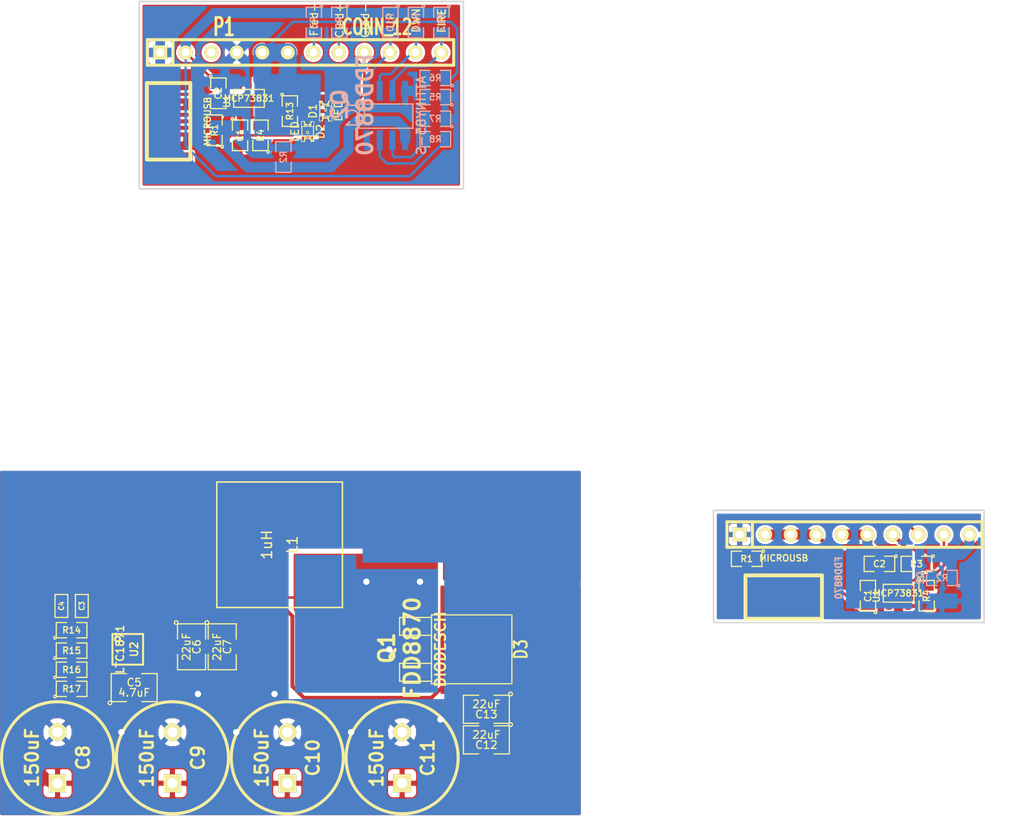
<source format=kicad_pcb>
(kicad_pcb (version 3) (host pcbnew "(2013-feb-26)-stable")
  (layers (15 F.Cu signal) (0 B.Cu signal) (18 B.Paste user hide) (19 F.Paste user hide) (20 B.SilkS user hide) (21 F.SilkS user) (22 B.Mask user hide) (23 F.Mask user) (28 Edge.Cuts user))
  (net 0 "")
  (net 1 /Atomizer+)
  (net 2 /Atomizer-)
  (net 3 /Boost/Vout)
  (net 4 /ChargeLED+)
  (net 5 /DWN-MCU)
  (net 6 /FIRE-MCU)
  (net 7 /FireLED+)
  (net 8 "/MCP73831 Charger/ChargeLED-")
  (net 9 "/MCP73831 Charger/Vbat")
  (net 10 "/MCP73831 Charger/Vcharge")
  (net 11 /Switch-)
  (net 12 /UP-MCU)
  (net 13 /chgLED+)
  (net 14 /chgLED-)
  (net 15 GND)
  (net 16 N-0000019)
  (net 17 N-0000020)
  (net 18 N-0000021)
  (net 19 N-0000022)
  (net 20 N-0000023)
  (net 21 N-0000024)
  (net 22 N-0000025)
  (net 23 N-0000026)
  (net 24 N-0000027)
  (net 25 N-000004)
  (net 26 N-000005)
  (net 27 N-000008)
  (net 28 N-000009)
  (module DPAK2_Schottky (layer F.Cu) (at 95.377 81.915 270)
    (fp_text reference D3 (at 0 -10.414 270) (layer F.SilkS) (effects (font (size 1.27 1.016) (thickness 0.2032))))
    (fp_text value DIODESCH (at 0 -2.413 270) (layer F.SilkS) (effects (font (size 1.016 1.016) (thickness 0.2032))))
    (pad 1 smd rect (at -2.286 0 270) (size 1.651 3.048) (layers F.Cu F.Paste F.Mask) (net 16 N-0000019))
    (pad 2 smd rect (at 0 -6.35 270) (size 6.096 6.096) (layers F.Cu F.Paste F.Mask) (net 3 /Boost/Vout))
    (pad 1 smd rect (at 2.286 0 270) (size 1.651 3.048) (layers F.Cu F.Paste F.Mask) (net 16 N-0000019))
  )
  (module SOT23-5 (layer F.Cu) (at 78.74 27.051 180)
    (fp_text reference U1 (at 2.19964 -0.29972 270) (layer F.SilkS) (effects (font (size 0.635 0.635) (thickness 0.127))))
    (fp_text value MCP73831 (at 0 0 180) (layer F.SilkS) (effects (font (size 0.635 0.635) (thickness 0.127))))
    (pad 1 smd rect (at -0.9525 1.27 180) (size 0.508 0.762) (layers F.Cu F.Paste F.Mask) (net 8 "/MCP73831 Charger/ChargeLED-"))
    (pad 3 smd rect (at 0.9525 1.27 180) (size 0.508 0.762) (layers F.Cu F.Paste F.Mask) (net 9 "/MCP73831 Charger/Vbat"))
    (pad 5 smd rect (at -0.9525 -1.27 180) (size 0.508 0.762) (layers F.Cu F.Paste F.Mask) (net 23 N-0000026))
    (pad 2 smd rect (at 0 1.27 180) (size 0.508 0.762) (layers F.Cu F.Paste F.Mask) (net 15 GND))
    (pad 4 smd rect (at 0.9525 -1.27 180) (size 0.508 0.762) (layers F.Cu F.Paste F.Mask) (net 10 "/MCP73831 Charger/Vcharge"))
  )
  (module SM1210 (layer F.Cu) (at 76.073 81.661 270)
    (fp_text reference C7 (at 0 -0.508 270) (layer F.SilkS) (effects (font (size 0.762 0.762) (thickness 0.127))))
    (fp_text value 22uF (at 0 0.508 270) (layer F.SilkS) (effects (font (size 0.762 0.762) (thickness 0.127))))
    (pad 1 smd rect (at -1.524 0 270) (size 1.27 2.54) (layers F.Cu F.Paste F.Mask) (net 9 "/MCP73831 Charger/Vbat"))
    (pad 2 smd rect (at 1.524 0 270) (size 1.27 2.54) (layers F.Cu F.Paste F.Mask) (net 15 GND))
  )
  (module SM1210 (layer F.Cu) (at 102.362 87.884 180)
    (fp_text reference C13 (at 0 -0.508 180) (layer F.SilkS) (effects (font (size 0.762 0.762) (thickness 0.127))))
    (fp_text value 22uF (at 0 0.508 180) (layer F.SilkS) (effects (font (size 0.762 0.762) (thickness 0.127))))
    (pad 1 smd rect (at -1.524 0 180) (size 1.27 2.54) (layers F.Cu F.Paste F.Mask) (net 3 /Boost/Vout))
    (pad 2 smd rect (at 1.524 0 180) (size 1.27 2.54) (layers F.Cu F.Paste F.Mask) (net 15 GND))
  )
  (module SM1210 (layer F.Cu) (at 102.362 90.932 180)
    (fp_text reference C12 (at 0 -0.508 180) (layer F.SilkS) (effects (font (size 0.762 0.762) (thickness 0.127))))
    (fp_text value 22uF (at 0 0.508 180) (layer F.SilkS) (effects (font (size 0.762 0.762) (thickness 0.127))))
    (pad 1 smd rect (at -1.524 0 180) (size 1.27 2.54) (layers F.Cu F.Paste F.Mask) (net 3 /Boost/Vout))
    (pad 2 smd rect (at 1.524 0 180) (size 1.27 2.54) (layers F.Cu F.Paste F.Mask) (net 15 GND))
  )
  (module SM1210 (layer F.Cu) (at 73.025 81.661 270)
    (fp_text reference C6 (at 0 -0.508 270) (layer F.SilkS) (effects (font (size 0.762 0.762) (thickness 0.127))))
    (fp_text value 22uF (at 0 0.508 270) (layer F.SilkS) (effects (font (size 0.762 0.762) (thickness 0.127))))
    (pad 1 smd rect (at -1.524 0 270) (size 1.27 2.54) (layers F.Cu F.Paste F.Mask) (net 9 "/MCP73831 Charger/Vbat"))
    (pad 2 smd rect (at 1.524 0 270) (size 1.27 2.54) (layers F.Cu F.Paste F.Mask) (net 15 GND))
  )
  (module SM1210 (layer F.Cu) (at 67.31 85.725)
    (fp_text reference C5 (at 0 -0.508) (layer F.SilkS) (effects (font (size 0.762 0.762) (thickness 0.127))))
    (fp_text value 4.7uF (at 0 0.508) (layer F.SilkS) (effects (font (size 0.762 0.762) (thickness 0.127))))
    (pad 1 smd rect (at -1.524 0) (size 1.27 2.54) (layers F.Cu F.Paste F.Mask) (net 3 /Boost/Vout))
    (pad 2 smd rect (at 1.524 0) (size 1.27 2.54) (layers F.Cu F.Paste F.Mask) (net 15 GND))
  )
  (module SM0805 (layer F.Cu) (at 82.804 28.321 270)
    (fp_text reference R13 (at 0 0 270) (layer F.SilkS) (effects (font (size 0.635 0.635) (thickness 0.127))))
    (fp_text value 1K hide)
    (pad 1 smd rect (at -0.9525 0 270) (size 0.889 1.397) (layers F.Cu F.Paste F.Mask) (net 8 "/MCP73831 Charger/ChargeLED-"))
    (pad 2 smd rect (at 0.9525 0 270) (size 0.889 1.397) (layers F.Cu F.Paste F.Mask) (net 22 N-0000025))
  )
  (module SM0805 (layer F.Cu) (at 61.087 80.01)
    (fp_text reference R14 (at 0 0) (layer F.SilkS) (effects (font (size 0.635 0.635) (thickness 0.127))))
    (fp_text value 22K hide)
    (pad 1 smd rect (at -0.9525 0) (size 0.889 1.397) (layers F.Cu F.Paste F.Mask) (net 19 N-0000022))
    (pad 2 smd rect (at 0.9525 0) (size 0.889 1.397) (layers F.Cu F.Paste F.Mask) (net 21 N-0000024))
  )
  (module SM0805 (layer B.Cu) (at 85.1916 19.5072 270)
    (fp_text reference R3 (at 0 0 270) (layer B.SilkS) (effects (font (size 0.635 0.635) (thickness 0.127)) (justify mirror)))
    (fp_text value 330 hide)
    (pad 1 smd rect (at -0.9525 0 270) (size 0.889 1.397) (layers B.Cu B.Paste B.Mask) (net 9 "/MCP73831 Charger/Vbat"))
    (pad 2 smd rect (at 0.9525 0 270) (size 0.889 1.397) (layers B.Cu B.Paste B.Mask) (net 7 /FireLED+))
  )
  (module SM0805 (layer F.Cu) (at 61.087 82.042)
    (fp_text reference R15 (at 0 0) (layer F.SilkS) (effects (font (size 0.635 0.635) (thickness 0.127))))
    (fp_text value 47K hide)
    (pad 1 smd rect (at -0.9525 0) (size 0.889 1.397) (layers F.Cu F.Paste F.Mask) (net 3 /Boost/Vout))
    (pad 2 smd rect (at 0.9525 0) (size 0.889 1.397) (layers F.Cu F.Paste F.Mask) (net 20 N-0000023))
  )
  (module SM0805 (layer F.Cu) (at 61.087 83.947)
    (fp_text reference R16 (at 0 0) (layer F.SilkS) (effects (font (size 0.635 0.635) (thickness 0.127))))
    (fp_text value 12.1K hide)
    (pad 1 smd rect (at -0.9525 0) (size 0.889 1.397) (layers F.Cu F.Paste F.Mask) (net 15 GND))
    (pad 2 smd rect (at 0.9525 0) (size 0.889 1.397) (layers F.Cu F.Paste F.Mask) (net 20 N-0000023))
  )
  (module SM0805 (layer F.Cu) (at 61.087 85.852)
    (fp_text reference R17 (at 0 0) (layer F.SilkS) (effects (font (size 0.635 0.635) (thickness 0.127))))
    (fp_text value 80.6K hide)
    (pad 1 smd rect (at -0.9525 0) (size 0.889 1.397) (layers F.Cu F.Paste F.Mask) (net 15 GND))
    (pad 2 smd rect (at 0.9525 0) (size 0.889 1.397) (layers F.Cu F.Paste F.Mask) (net 18 N-0000021))
  )
  (module SM0805 (layer F.Cu) (at 79.883 30.734 90)
    (fp_text reference R4 (at 0 0 90) (layer F.SilkS) (effects (font (size 0.635 0.635) (thickness 0.127))))
    (fp_text value 2K hide)
    (pad 1 smd rect (at -0.9525 0 90) (size 0.889 1.397) (layers F.Cu F.Paste F.Mask) (net 15 GND))
    (pad 2 smd rect (at 0.9525 0 90) (size 0.889 1.397) (layers F.Cu F.Paste F.Mask) (net 23 N-0000026))
  )
  (module SM0805 (layer B.Cu) (at 82.169 32.893 270)
    (fp_text reference R2 (at 0 0 270) (layer B.SilkS) (effects (font (size 0.635 0.635) (thickness 0.127)) (justify mirror)))
    (fp_text value 10K hide)
    (pad 1 smd rect (at -0.9525 0 270) (size 0.889 1.397) (layers B.Cu B.Paste B.Mask) (net 15 GND))
    (pad 2 smd rect (at 0.9525 0 270) (size 0.889 1.397) (layers B.Cu B.Paste B.Mask) (net 25 N-000004))
  )
  (module SM0805 (layer B.Cu) (at 97.282 31.115)
    (fp_text reference R8 (at 0 0) (layer B.SilkS) (effects (font (size 0.635 0.635) (thickness 0.127)) (justify mirror)))
    (fp_text value 330 hide)
    (pad 1 smd rect (at -0.9525 0) (size 0.889 1.397) (layers B.Cu B.Paste B.Mask) (net 26 N-000005))
    (pad 2 smd rect (at 0.9525 0) (size 0.889 1.397) (layers B.Cu B.Paste B.Mask) (net 9 "/MCP73831 Charger/Vbat"))
  )
  (module SM0805 (layer B.Cu) (at 97.282 29.083 180)
    (fp_text reference R7 (at 0 0 180) (layer B.SilkS) (effects (font (size 0.635 0.635) (thickness 0.127)) (justify mirror)))
    (fp_text value 330 hide)
    (pad 1 smd rect (at -0.9525 0 180) (size 0.889 1.397) (layers B.Cu B.Paste B.Mask) (net 15 GND))
    (pad 2 smd rect (at 0.9525 0 180) (size 0.889 1.397) (layers B.Cu B.Paste B.Mask) (net 26 N-000005))
  )
  (module SM0805 (layer B.Cu) (at 97.282 25.019 180)
    (fp_text reference R6 (at 0 0 180) (layer B.SilkS) (effects (font (size 0.635 0.635) (thickness 0.127)) (justify mirror)))
    (fp_text value 330 hide)
    (pad 1 smd rect (at -0.9525 0 180) (size 0.889 1.397) (layers B.Cu B.Paste B.Mask) (net 2 /Atomizer-))
    (pad 2 smd rect (at 0.9525 0 180) (size 0.889 1.397) (layers B.Cu B.Paste B.Mask) (net 27 N-000008))
  )
  (module SM0805 (layer B.Cu) (at 97.282 26.924 180)
    (fp_text reference R5 (at 0 0 180) (layer B.SilkS) (effects (font (size 0.635 0.635) (thickness 0.127)) (justify mirror)))
    (fp_text value 330 hide)
    (pad 1 smd rect (at -0.9525 0 180) (size 0.889 1.397) (layers B.Cu B.Paste B.Mask) (net 15 GND))
    (pad 2 smd rect (at 0.9525 0 180) (size 0.889 1.397) (layers B.Cu B.Paste B.Mask) (net 27 N-000008))
  )
  (module SM0805 (layer B.Cu) (at 97.8916 19.5072 270)
    (fp_text reference R12 (at 0 0 270) (layer B.SilkS) (effects (font (size 0.635 0.635) (thickness 0.127)) (justify mirror)))
    (fp_text value 330 hide)
    (pad 1 smd rect (at -0.9525 0 270) (size 0.889 1.397) (layers B.Cu B.Paste B.Mask) (net 9 "/MCP73831 Charger/Vbat"))
    (pad 2 smd rect (at 0.9525 0 270) (size 0.889 1.397) (layers B.Cu B.Paste B.Mask) (net 6 /FIRE-MCU))
  )
  (module SM0805 (layer B.Cu) (at 95.3516 19.5072 270)
    (fp_text reference R11 (at 0 0 270) (layer B.SilkS) (effects (font (size 0.635 0.635) (thickness 0.127)) (justify mirror)))
    (fp_text value 330 hide)
    (pad 1 smd rect (at -0.9525 0 270) (size 0.889 1.397) (layers B.Cu B.Paste B.Mask) (net 9 "/MCP73831 Charger/Vbat"))
    (pad 2 smd rect (at 0.9525 0 270) (size 0.889 1.397) (layers B.Cu B.Paste B.Mask) (net 5 /DWN-MCU))
  )
  (module SM0805 (layer B.Cu) (at 92.8116 19.5072 270)
    (fp_text reference R10 (at 0 0 270) (layer B.SilkS) (effects (font (size 0.635 0.635) (thickness 0.127)) (justify mirror)))
    (fp_text value 330 hide)
    (pad 1 smd rect (at -0.9525 0 270) (size 0.889 1.397) (layers B.Cu B.Paste B.Mask) (net 9 "/MCP73831 Charger/Vbat"))
    (pad 2 smd rect (at 0.9525 0 270) (size 0.889 1.397) (layers B.Cu B.Paste B.Mask) (net 12 /UP-MCU))
  )
  (module SM0805 (layer B.Cu) (at 87.7316 19.5072 270)
    (fp_text reference R9 (at 0 0 270) (layer B.SilkS) (effects (font (size 0.635 0.635) (thickness 0.127)) (justify mirror)))
    (fp_text value 330 hide)
    (pad 1 smd rect (at -0.9525 0 270) (size 0.889 1.397) (layers B.Cu B.Paste B.Mask) (net 9 "/MCP73831 Charger/Vbat"))
    (pad 2 smd rect (at 0.9525 0 270) (size 0.889 1.397) (layers B.Cu B.Paste B.Mask) (net 4 /ChargeLED+))
  )
  (module SM0805 (layer F.Cu) (at 75.692 26.543 270)
    (fp_text reference C2 (at 0 0 270) (layer F.SilkS) (effects (font (size 0.635 0.635) (thickness 0.127))))
    (fp_text value 4.7uF hide)
    (pad 1 smd rect (at -0.9525 0 270) (size 0.889 1.397) (layers F.Cu F.Paste F.Mask) (net 9 "/MCP73831 Charger/Vbat"))
    (pad 2 smd rect (at 0.9525 0 270) (size 0.889 1.397) (layers F.Cu F.Paste F.Mask) (net 15 GND))
  )
  (module SM0805 (layer F.Cu) (at 77.851 30.734 270)
    (fp_text reference C1 (at 0 0 270) (layer F.SilkS) (effects (font (size 0.635 0.635) (thickness 0.127))))
    (fp_text value 4.7uF hide)
    (pad 1 smd rect (at -0.9525 0 270) (size 0.889 1.397) (layers F.Cu F.Paste F.Mask) (net 10 "/MCP73831 Charger/Vcharge"))
    (pad 2 smd rect (at 0.9525 0 270) (size 0.889 1.397) (layers F.Cu F.Paste F.Mask) (net 15 GND))
  )
  (module SM0805 (layer F.Cu) (at 75.311 30.226 90)
    (fp_text reference R1 (at 0 0 90) (layer F.SilkS) (effects (font (size 0.635 0.635) (thickness 0.127))))
    (fp_text value 1K hide)
    (pad 1 smd rect (at -0.9525 0 90) (size 0.889 1.397) (layers F.Cu F.Paste F.Mask) (net 24 N-0000027))
    (pad 2 smd rect (at 0.9525 0 90) (size 0.889 1.397) (layers F.Cu F.Paste F.Mask) (net 10 "/MCP73831 Charger/Vcharge"))
  )
  (module SM0603 (layer F.Cu) (at 62.103 77.597 90)
    (fp_text reference C3 (at 0 0 90) (layer F.SilkS) (effects (font (size 0.508 0.4572) (thickness 0.1143))))
    (fp_text value 47pF hide)
    (pad 1 smd rect (at -0.762 0 90) (size 0.635 1.143) (layers F.Cu F.Paste F.Mask) (net 21 N-0000024))
    (pad 2 smd rect (at 0.762 0 90) (size 0.635 1.143) (layers F.Cu F.Paste F.Mask) (net 15 GND))
  )
  (module SM0603 (layer F.Cu) (at 60.071 77.597 90)
    (fp_text reference C4 (at 0 0 90) (layer F.SilkS) (effects (font (size 0.508 0.4572) (thickness 0.1143))))
    (fp_text value 6800pF hide)
    (pad 1 smd rect (at -0.762 0 90) (size 0.635 1.143) (layers F.Cu F.Paste F.Mask) (net 19 N-0000022))
    (pad 2 smd rect (at 0.762 0 90) (size 0.635 1.143) (layers F.Cu F.Paste F.Mask) (net 15 GND))
  )
  (module SIL-12 (layer F.Cu) (at 83.8708 22.479)
    (fp_text reference P1 (at -7.62 -2.54) (layer F.SilkS) (effects (font (size 1.72974 1.08712) (thickness 0.3048))))
    (fp_text value CONN_12 (at 7.62 -2.54) (layer F.SilkS) (effects (font (size 1.524 1.016) (thickness 0.3048))))
    (pad 1 thru_hole rect (at -13.97 0) (size 1.397 1.397) (drill 0.8128) (layers *.Cu *.Mask F.SilkS) (net 15 GND))
    (pad 2 thru_hole circle (at -11.43 0) (size 1.397 1.397) (drill 0.8128) (layers *.Cu *.Mask F.SilkS) (net 9 "/MCP73831 Charger/Vbat"))
    (pad 3 thru_hole circle (at -8.89 0) (size 1.397 1.397) (drill 0.8128) (layers *.Cu *.Mask F.SilkS) (net 3 /Boost/Vout))
    (pad 4 thru_hole circle (at -6.35 0) (size 1.397 1.397) (drill 0.8128) (layers *.Cu *.Mask F.SilkS) (net 15 GND))
    (pad 5 thru_hole circle (at -3.81 0) (size 1.397 1.397) (drill 0.8128) (layers *.Cu *.Mask F.SilkS) (net 2 /Atomizer-))
    (pad 6 thru_hole circle (at -1.27 0) (size 1.397 1.397) (drill 0.8128) (layers *.Cu *.Mask F.SilkS) (net 2 /Atomizer-))
    (pad 7 thru_hole circle (at 1.27 0) (size 1.397 1.397) (drill 0.8128) (layers *.Cu *.Mask F.SilkS) (net 7 /FireLED+))
    (pad 8 thru_hole circle (at 3.81 0) (size 1.397 1.397) (drill 0.8128) (layers *.Cu *.Mask F.SilkS) (net 4 /ChargeLED+))
    (pad 9 thru_hole circle (at 6.35 0) (size 1.397 1.397) (drill 0.8128) (layers *.Cu *.Mask F.SilkS) (net 8 "/MCP73831 Charger/ChargeLED-"))
    (pad 10 thru_hole circle (at 8.89 0) (size 1.397 1.397) (drill 0.8128) (layers *.Cu *.Mask F.SilkS) (net 12 /UP-MCU))
    (pad 11 thru_hole circle (at 11.43 0) (size 1.397 1.397) (drill 0.8128) (layers *.Cu *.Mask F.SilkS) (net 5 /DWN-MCU))
    (pad 12 thru_hole circle (at 13.97 0) (size 1.397 1.397) (drill 0.8128) (layers *.Cu *.Mask F.SilkS) (net 6 /FIRE-MCU))
  )
  (module MSOP10-0.5 (layer F.Cu) (at 66.675 81.915 270)
    (fp_text reference U2 (at 0 -0.635 270) (layer F.SilkS) (effects (font (size 0.762 0.762) (thickness 0.1524))))
    (fp_text value LTC1871 (at 0 0.762 270) (layer F.SilkS) (effects (font (size 0.762 0.762) (thickness 0.1524))))
    (pad 1 smd rect (at -1.016 2.2225 270) (size 0.26924 1.00076) (layers F.Cu F.Paste F.Mask) (net 9 "/MCP73831 Charger/Vbat"))
    (pad 2 smd rect (at -0.508 2.2225 270) (size 0.26924 1.00076) (layers F.Cu F.Paste F.Mask) (net 21 N-0000024))
    (pad 3 smd rect (at 0 2.2225 270) (size 0.26924 1.00076) (layers F.Cu F.Paste F.Mask) (net 20 N-0000023))
    (pad 4 smd rect (at 0.508 2.2225 270) (size 0.26924 1.00076) (layers F.Cu F.Paste F.Mask) (net 18 N-0000021))
    (pad 5 smd rect (at 1.016 2.2225 270) (size 0.26924 1.00076) (layers F.Cu F.Paste F.Mask) (net 3 /Boost/Vout))
    (pad 6 smd rect (at 1.016 -2.2225 270) (size 0.26924 1.00076) (layers F.Cu F.Paste F.Mask) (net 15 GND))
    (pad 7 smd rect (at 0.508 -2.2225 270) (size 0.26924 1.00076) (layers F.Cu F.Paste F.Mask) (net 17 N-0000020))
    (pad 8 smd rect (at 0 -2.2225 270) (size 0.26924 1.00076) (layers F.Cu F.Paste F.Mask) (net 3 /Boost/Vout))
    (pad 9 smd rect (at -0.508 -2.2225 270) (size 0.26924 1.00076) (layers F.Cu F.Paste F.Mask) (net 3 /Boost/Vout))
    (pad 10 smd rect (at -1.016 -2.2225 270) (size 0.26924 1.00076) (layers F.Cu F.Paste F.Mask) (net 16 N-0000019))
  )
  (module LED-0805 (layer F.Cu) (at 84.582 30.353 270)
    (fp_text reference D2 (at 0 -1.27 270) (layer F.SilkS) (effects (font (size 0.762 0.762) (thickness 0.127))))
    (fp_text value LED (at 0 1.27 270) (layer F.SilkS) (effects (font (size 0.762 0.762) (thickness 0.127))))
    (pad 1 smd rect (at -1.04902 0 270) (size 1.19888 1.19888) (layers F.Cu F.Paste F.Mask) (net 22 N-0000025))
    (pad 2 smd rect (at 1.04902 0 270) (size 1.19888 1.19888) (layers F.Cu F.Paste F.Mask) (net 15 GND))
  )
  (module LED-0805 (layer F.Cu) (at 86.36 28.321 90)
    (fp_text reference D1 (at 0 -1.27 90) (layer F.SilkS) (effects (font (size 0.762 0.762) (thickness 0.127))))
    (fp_text value LED (at 0 1.27 90) (layer F.SilkS) (effects (font (size 0.762 0.762) (thickness 0.127))))
    (pad 1 smd rect (at -1.04902 0 90) (size 1.19888 1.19888) (layers F.Cu F.Paste F.Mask) (net 24 N-0000027))
    (pad 2 smd rect (at 1.04902 0 90) (size 1.19888 1.19888) (layers F.Cu F.Paste F.Mask) (net 8 "/MCP73831 Charger/ChargeLED-"))
  )
  (module USBmicro (layer F.Cu) (at 68.326 29.337 270)
    (fp_text reference J1 hide)
    (fp_text value MICROUSB (at 0 -6.2865 270) (layer F.SilkS) (effects (font (size 0.635 0.635) (thickness 0.127))))
    (pad 3 smd rect (at 0 -4.12496 270) (size 0.39878 1.34874) (layers F.Cu F.Paste F.Mask) (clearance 0.12446))
    (pad 5 smd rect (at 1.30048 -4.12496 270) (size 0.39878 1.34874) (layers F.Cu F.Paste F.Mask) (net 15 GND) (clearance 0.12446))
    (pad 4 smd rect (at 0.65024 -4.12496 270) (size 0.39878 1.34874) (layers F.Cu F.Paste F.Mask) (clearance 0.12446))
    (pad 2 smd rect (at -0.65024 -4.12496 270) (size 0.39878 1.34874) (layers F.Cu F.Paste F.Mask) (clearance 0.12446))
    (pad 1 smd rect (at -1.30048 -4.12496 270) (size 0.39878 1.34874) (layers F.Cu F.Paste F.Mask) (net 10 "/MCP73831 Charger/Vcharge") (clearance 0.12446))
    (pad X smd rect (at -4.15036 -4.0005 270) (size 2.10058 1.6002) (layers F.Cu F.Paste F.Mask))
    (pad X smd rect (at 4.15036 -4.0005 270) (size 2.10058 1.6002) (layers F.Cu F.Paste F.Mask))
    (pad X smd rect (at -1.19888 -1.45034 270) (size 1.89992 1.89992) (layers F.Cu F.Paste F.Mask))
    (pad X smd rect (at -3.74904 -1.45034 270) (size 1.89992 1.89992) (layers F.Cu F.Paste F.Mask))
    (pad X smd rect (at 1.19888 -1.45034 270) (size 1.89992 1.89992) (layers F.Cu F.Paste F.Mask))
    (pad X smd rect (at 3.74904 -1.45034 270) (size 1.89992 1.89992) (layers F.Cu F.Paste F.Mask))
  )
  (module TO-252_Mosfet (layer B.Cu) (at 76.327 27.686 90)
    (fp_text reference Q2 (at 0 11.43 90) (layer B.SilkS) (effects (font (size 1.524 1.524) (thickness 0.3048)) (justify mirror)))
    (fp_text value FDD8870 (at 0 13.97 90) (layer B.SilkS) (effects (font (size 1.524 1.524) (thickness 0.3048)) (justify mirror)))
    (pad G smd rect (at -2.30124 0 90) (size 1.50114 2.99974) (layers B.Cu B.Paste B.Mask) (net 25 N-000004))
    (pad S smd rect (at 2.30124 0 90) (size 1.50114 3.0988) (layers B.Cu B.Paste B.Mask) (net 15 GND))
    (pad D smd rect (at 0 6.25094 90) (size 6.10108 6.59892) (layers B.Cu B.Paste B.Mask) (net 2 /Atomizer-))
  )
  (module TO-252_Mosfet (layer F.Cu) (at 81.026 81.788 270)
    (fp_text reference Q1 (at 0 -11.43 270) (layer F.SilkS) (effects (font (size 1.524 1.524) (thickness 0.3048))))
    (fp_text value FDD8870 (at 0 -13.97 270) (layer F.SilkS) (effects (font (size 1.524 1.524) (thickness 0.3048))))
    (pad G smd rect (at -2.30124 0 270) (size 1.50114 2.99974) (layers F.Cu F.Paste F.Mask) (net 17 N-0000020))
    (pad S smd rect (at 2.30124 0 270) (size 1.50114 3.0988) (layers F.Cu F.Paste F.Mask) (net 15 GND))
    (pad D smd rect (at 0 -6.25094 270) (size 6.10108 6.59892) (layers F.Cu F.Paste F.Mask) (net 16 N-0000019))
  )
  (module "SO8(N)_MAXIC" (layer B.Cu) (at 92.3798 28.7528)
    (fp_text reference IC1 (at -3.35026 0.09906 270) (layer B.SilkS) (effects (font (size 1.143 1.143) (thickness 0.1524)) (justify mirror)))
    (fp_text value ATTINY85-S (at 3.50012 0 270) (layer B.SilkS) (effects (font (size 0.889 0.889) (thickness 0.1524)) (justify mirror)))
    (pad 8 smd rect (at -1.905 2.465) (size 0.59944 1.98) (layers B.Cu B.Paste B.Mask) (net 9 "/MCP73831 Charger/Vbat"))
    (pad 1 smd rect (at -1.905 -2.465) (size 0.59944 1.98) (layers B.Cu B.Paste B.Mask) (net 12 /UP-MCU))
    (pad 7 smd rect (at -0.635 2.465) (size 0.59944 1.98) (layers B.Cu B.Paste B.Mask) (net 26 N-000005))
    (pad 6 smd rect (at 0.635 2.465) (size 0.59944 1.98) (layers B.Cu B.Paste B.Mask) (net 27 N-000008))
    (pad 5 smd rect (at 1.905 2.465) (size 0.59944 1.98) (layers B.Cu B.Paste B.Mask) (net 25 N-000004))
    (pad 2 smd rect (at -0.635 -2.465) (size 0.59944 1.98) (layers B.Cu B.Paste B.Mask) (net 5 /DWN-MCU))
    (pad 3 smd rect (at 0.635 -2.465) (size 0.59944 1.98) (layers B.Cu B.Paste B.Mask) (net 6 /FIRE-MCU))
    (pad 4 smd rect (at 1.905 -2.465) (size 0.59944 1.98) (layers B.Cu B.Paste B.Mask) (net 15 GND))
  )
  (module CEP125 (layer F.Cu) (at 81.788 71.501 270)
    (fp_text reference L1 (at 0 -1.27 270) (layer F.SilkS) (effects (font (size 1.016 1.016) (thickness 0.1524))))
    (fp_text value 1uH (at 0 1.27 270) (layer F.SilkS) (effects (font (size 1.016 1.016) (thickness 0.1524))))
    (pad 1 smd rect (at -3.5 -5.5 270) (size 3 3) (layers F.Cu F.Paste F.Mask) (net 9 "/MCP73831 Charger/Vbat"))
    (pad 2 smd rect (at 3.5 -5.5 270) (size 3 3) (layers F.Cu F.Paste F.Mask) (net 16 N-0000019))
    (pad 3 smd rect (at 0 5.7 270) (size 3 3) (layers F.Cu F.Paste F.Mask))
  )
  (module C2V10 (layer F.Cu) (at 82.55 92.71 90)
    (fp_text reference C10 (at 0 2.54 90) (layer F.SilkS) (effects (font (size 1.27 1.27) (thickness 0.254))))
    (fp_text value 150uF (at 0 -2.54 90) (layer F.SilkS) (effects (font (size 1.27 1.27) (thickness 0.254))))
    (pad 1 thru_hole rect (at -2.54 0 90) (size 1.778 1.778) (drill 1.016) (layers *.Cu *.Mask F.SilkS) (net 3 /Boost/Vout))
    (pad 2 thru_hole circle (at 2.54 0 90) (size 1.778 1.778) (drill 1.016) (layers *.Cu *.Mask F.SilkS) (net 15 GND))
  )
  (module C2V10 (layer F.Cu) (at 71.12 92.71 90)
    (fp_text reference C9 (at 0 2.54 90) (layer F.SilkS) (effects (font (size 1.27 1.27) (thickness 0.254))))
    (fp_text value 150uF (at 0 -2.54 90) (layer F.SilkS) (effects (font (size 1.27 1.27) (thickness 0.254))))
    (pad 1 thru_hole rect (at -2.54 0 90) (size 1.778 1.778) (drill 1.016) (layers *.Cu *.Mask F.SilkS) (net 3 /Boost/Vout))
    (pad 2 thru_hole circle (at 2.54 0 90) (size 1.778 1.778) (drill 1.016) (layers *.Cu *.Mask F.SilkS) (net 15 GND))
  )
  (module C2V10 (layer F.Cu) (at 59.69 92.71 90)
    (fp_text reference C8 (at 0 2.54 90) (layer F.SilkS) (effects (font (size 1.27 1.27) (thickness 0.254))))
    (fp_text value 150uF (at 0 -2.54 90) (layer F.SilkS) (effects (font (size 1.27 1.27) (thickness 0.254))))
    (pad 1 thru_hole rect (at -2.54 0 90) (size 1.778 1.778) (drill 1.016) (layers *.Cu *.Mask F.SilkS) (net 3 /Boost/Vout))
    (pad 2 thru_hole circle (at 2.54 0 90) (size 1.778 1.778) (drill 1.016) (layers *.Cu *.Mask F.SilkS) (net 15 GND))
  )
  (module C2V10 (layer F.Cu) (at 93.98 92.71 90)
    (fp_text reference C11 (at 0 2.54 90) (layer F.SilkS) (effects (font (size 1.27 1.27) (thickness 0.254))))
    (fp_text value 150uF (at 0 -2.54 90) (layer F.SilkS) (effects (font (size 1.27 1.27) (thickness 0.254))))
    (pad 1 thru_hole rect (at -2.54 0 90) (size 1.778 1.778) (drill 1.016) (layers *.Cu *.Mask F.SilkS) (net 3 /Boost/Vout))
    (pad 2 thru_hole circle (at 2.54 0 90) (size 1.778 1.778) (drill 1.016) (layers *.Cu *.Mask F.SilkS) (net 15 GND))
  )
  (module USBmicro (layer F.Cu) (at 131.953 79.121)
    (fp_text reference J1 hide)
    (fp_text value MICROUSB (at 0 -6.2865) (layer F.SilkS) (effects (font (size 0.635 0.635) (thickness 0.127))))
    (pad 3 smd rect (at 0 -4.12496) (size 0.39878 1.34874) (layers F.Cu F.Paste F.Mask) (clearance 0.12446))
    (pad 5 smd rect (at 1.30048 -4.12496) (size 0.39878 1.34874) (layers F.Cu F.Paste F.Mask) (net 15 GND) (clearance 0.12446))
    (pad 4 smd rect (at 0.65024 -4.12496) (size 0.39878 1.34874) (layers F.Cu F.Paste F.Mask) (clearance 0.12446))
    (pad 2 smd rect (at -0.65024 -4.12496) (size 0.39878 1.34874) (layers F.Cu F.Paste F.Mask) (clearance 0.12446))
    (pad 1 smd rect (at -1.30048 -4.12496) (size 0.39878 1.34874) (layers F.Cu F.Paste F.Mask) (net 28 N-000009) (clearance 0.12446))
    (pad X smd rect (at -4.15036 -4.0005) (size 2.10058 1.6002) (layers F.Cu F.Paste F.Mask))
    (pad X smd rect (at 4.15036 -4.0005) (size 2.10058 1.6002) (layers F.Cu F.Paste F.Mask))
    (pad X smd rect (at -1.19888 -1.45034) (size 1.89992 1.89992) (layers F.Cu F.Paste F.Mask))
    (pad X smd rect (at -3.74904 -1.45034) (size 1.89992 1.89992) (layers F.Cu F.Paste F.Mask))
    (pad X smd rect (at 1.19888 -1.45034) (size 1.89992 1.89992) (layers F.Cu F.Paste F.Mask))
    (pad X smd rect (at 3.74904 -1.45034) (size 1.89992 1.89992) (layers F.Cu F.Paste F.Mask))
  )
  (module TO-252_Mosfet (layer B.Cu) (at 147.701 74.803 270)
    (fp_text reference Q2 (at 0 2.159 270) (layer B.SilkS) (effects (font (size 0.635 0.635) (thickness 0.15875)) (justify mirror)))
    (fp_text value FDD8870 (at 0 10.287 270) (layer B.SilkS) (effects (font (size 0.635 0.635) (thickness 0.15875)) (justify mirror)))
    (pad G smd rect (at -2.30124 0 270) (size 1.50114 2.99974) (layers B.Cu B.Paste B.Mask) (net 11 /Switch-))
    (pad S smd rect (at 2.30124 0 270) (size 1.50114 3.0988) (layers B.Cu B.Paste B.Mask) (net 15 GND))
    (pad D smd rect (at 0 6.25094 270) (size 6.10108 6.59892) (layers B.Cu B.Paste B.Mask) (net 2 /Atomizer-))
  )
  (module SM0805 (layer F.Cu) (at 145.161 73.406 180)
    (fp_text reference R3 (at 0 0 180) (layer F.SilkS) (effects (font (size 0.635 0.635) (thickness 0.127))))
    (fp_text value 330 hide)
    (pad 1 smd rect (at -0.9525 0 180) (size 0.889 1.397) (layers F.Cu F.Paste F.Mask) (net 7 /FireLED+))
    (pad 2 smd rect (at 0.9525 0 180) (size 0.889 1.397) (layers F.Cu F.Paste F.Mask) (net 1 /Atomizer+))
  )
  (module SM0805 (layer B.Cu) (at 147.701 74.803 180)
    (fp_text reference R2 (at 0 0 180) (layer B.SilkS) (effects (font (size 0.635 0.635) (thickness 0.127)) (justify mirror)))
    (fp_text value 10K hide)
    (pad 1 smd rect (at -0.9525 0 180) (size 0.889 1.397) (layers B.Cu B.Paste B.Mask) (net 11 /Switch-))
    (pad 2 smd rect (at 0.9525 0 180) (size 0.889 1.397) (layers B.Cu B.Paste B.Mask) (net 15 GND))
  )
  (module SM0805 (layer F.Cu) (at 141.478 73.406 180)
    (fp_text reference C2 (at 0 0 180) (layer F.SilkS) (effects (font (size 0.635 0.635) (thickness 0.127))))
    (fp_text value 4.7uF hide)
    (pad 1 smd rect (at -0.9525 0 180) (size 0.889 1.397) (layers F.Cu F.Paste F.Mask) (net 1 /Atomizer+))
    (pad 2 smd rect (at 0.9525 0 180) (size 0.889 1.397) (layers F.Cu F.Paste F.Mask) (net 15 GND))
  )
  (module SM0805 (layer F.Cu) (at 140.335 76.581 90)
    (fp_text reference C1 (at 0 0 90) (layer F.SilkS) (effects (font (size 0.635 0.635) (thickness 0.127))))
    (fp_text value 4.7uF hide)
    (pad 1 smd rect (at -0.9525 0 90) (size 0.889 1.397) (layers F.Cu F.Paste F.Mask) (net 28 N-000009))
    (pad 2 smd rect (at 0.9525 0 90) (size 0.889 1.397) (layers F.Cu F.Paste F.Mask) (net 15 GND))
  )
  (module SM0805 (layer F.Cu) (at 128.27 72.898 180)
    (fp_text reference R1 (at 0 0 180) (layer F.SilkS) (effects (font (size 0.635 0.635) (thickness 0.127))))
    (fp_text value 330 hide)
    (pad 1 smd rect (at -0.9525 0 180) (size 0.889 1.397) (layers F.Cu F.Paste F.Mask) (net 28 N-000009))
    (pad 2 smd rect (at 0.9525 0 180) (size 0.889 1.397) (layers F.Cu F.Paste F.Mask) (net 13 /chgLED+))
  )
  (module SIL-10 (layer F.Cu) (at 139.0015 70.485)
    (fp_text reference P1 hide)
    (fp_text value CONN_10 hide)
    (pad 1 thru_hole rect (at -11.43 0) (size 1.397 1.397) (drill 0.8128) (layers *.Cu *.Mask F.SilkS) (net 15 GND))
    (pad 2 thru_hole circle (at -8.89 0) (size 1.397 1.397) (drill 0.8128) (layers *.Cu *.Mask F.SilkS) (net 1 /Atomizer+))
    (pad 3 thru_hole circle (at -6.35 0) (size 1.397 1.397) (drill 0.8128) (layers *.Cu *.Mask F.SilkS) (net 1 /Atomizer+))
    (pad 4 thru_hole circle (at -3.81 0) (size 1.397 1.397) (drill 0.8128) (layers *.Cu *.Mask F.SilkS) (net 1 /Atomizer+))
    (pad 5 thru_hole circle (at -1.27 0) (size 1.397 1.397) (drill 0.8128) (layers *.Cu *.Mask F.SilkS) (net 2 /Atomizer-))
    (pad 6 thru_hole circle (at 1.27 0) (size 1.397 1.397) (drill 0.8128) (layers *.Cu *.Mask F.SilkS) (net 2 /Atomizer-))
    (pad 7 thru_hole circle (at 3.81 0) (size 1.397 1.397) (drill 0.8128) (layers *.Cu *.Mask F.SilkS) (net 7 /FireLED+))
    (pad 8 thru_hole circle (at 6.35 0) (size 1.397 1.397) (drill 0.8128) (layers *.Cu *.Mask F.SilkS) (net 13 /chgLED+))
    (pad 9 thru_hole circle (at 8.89 0) (size 1.397 1.397) (drill 0.8128) (layers *.Cu *.Mask F.SilkS) (net 14 /chgLED-))
    (pad 10 thru_hole circle (at 11.43 0) (size 1.397 1.397) (drill 0.8128) (layers *.Cu *.Mask F.SilkS) (net 11 /Switch-))
  )
  (module SOT23-5 (layer F.Cu) (at 143.383 76.327 180)
    (fp_text reference U1 (at 2.19964 -0.29972 270) (layer F.SilkS) (effects (font (size 0.635 0.635) (thickness 0.127))))
    (fp_text value MCP73831 (at 0 0 180) (layer F.SilkS) (effects (font (size 0.635 0.635) (thickness 0.127))))
    (pad 1 smd rect (at -0.9525 1.27 180) (size 0.508 0.762) (layers F.Cu F.Paste F.Mask) (net 14 /chgLED-))
    (pad 3 smd rect (at 0.9525 1.27 180) (size 0.508 0.762) (layers F.Cu F.Paste F.Mask) (net 1 /Atomizer+))
    (pad 5 smd rect (at -0.9525 -1.27 180) (size 0.508 0.762) (layers F.Cu F.Paste F.Mask) (net 25 N-000004))
    (pad 2 smd rect (at 0 1.27 180) (size 0.508 0.762) (layers F.Cu F.Paste F.Mask) (net 15 GND))
    (pad 4 smd rect (at 0.9525 -1.27 180) (size 0.508 0.762) (layers F.Cu F.Paste F.Mask) (net 28 N-000009))
  )
  (module SM0805 (layer F.Cu) (at 146.177 76.581 270)
    (fp_text reference R4 (at 0 0 270) (layer F.SilkS) (effects (font (size 0.635 0.635) (thickness 0.127))))
    (fp_text value 2K hide)
    (pad 1 smd rect (at -0.9525 0 270) (size 0.889 1.397) (layers F.Cu F.Paste F.Mask) (net 15 GND))
    (pad 2 smd rect (at 0.9525 0 270) (size 0.889 1.397) (layers F.Cu F.Paste F.Mask) (net 25 N-000004))
  )
  (gr_line (start 151.892 79.248) (end 124.968 79.248) (angle 90) (layer Edge.Cuts) (width 0.15))
  (gr_line (start 151.892 68.072) (end 151.892 79.248) (angle 90) (layer Edge.Cuts) (width 0.15))
  (gr_line (start 124.968 68.072) (end 151.892 68.072) (angle 90) (layer Edge.Cuts) (width 0.15))
  (gr_line (start 124.968 79.248) (end 124.968 68.072) (angle 90) (layer Edge.Cuts) (width 0.15))
  (gr_text FIRE (at 97.917 19.304 90) (layer F.SilkS) (effects (font (size 0.762 0.762) (thickness 0.127))))
  (gr_text DWN (at 95.377 19.304 90) (layer F.SilkS) (effects (font (size 0.762 0.762) (thickness 0.127))))
  (gr_text UP (at 92.837 19.304 90) (layer F.SilkS) (effects (font (size 0.762 0.762) (thickness 0.127))))
  (gr_text Cled- (at 90.297 19.304 90) (layer F.SilkS) (effects (font (size 0.762 0.762) (thickness 0.127))))
  (gr_text Cled+ (at 87.757 19.304 90) (layer F.SilkS) (effects (font (size 0.762 0.762) (thickness 0.127))))
  (gr_line (start 100.076 17.399) (end 67.818 17.399) (angle 90) (layer Edge.Cuts) (width 0.15))
  (gr_line (start 100.076 36.068) (end 100.076 17.399) (angle 90) (layer Edge.Cuts) (width 0.15))
  (gr_line (start 67.818 36.068) (end 100.076 36.068) (angle 90) (layer Edge.Cuts) (width 0.15))
  (gr_line (start 67.818 17.399) (end 67.818 36.068) (angle 90) (layer Edge.Cuts) (width 0.15))
  (gr_text Fled+ (at 85.217 19.177 90) (layer F.SilkS) (effects (font (size 0.762 0.762) (thickness 0.127))))
  (segment (start 142.4305 73.406) (end 144.2085 73.406) (width 0.381) (layer F.Cu) (net 1))
  (segment (start 142.4305 75.057) (end 142.4305 73.406) (width 0.381) (layer F.Cu) (net 1))
  (segment (start 142.4305 73.406) (end 140.6525 71.628) (width 0.381) (layer F.Cu) (net 1))
  (segment (start 140.6525 71.628) (end 136.3345 71.628) (width 0.381) (layer F.Cu) (net 1))
  (segment (start 136.3345 71.628) (end 135.1915 70.485) (width 0.381) (layer F.Cu) (net 1))
  (segment (start 130.1115 70.485) (end 132.6515 70.485) (width 1.016) (layer F.Cu) (net 1))
  (segment (start 132.6515 70.485) (end 135.1915 70.485) (width 1.016) (layer F.Cu) (net 1))
  (segment (start 140.2715 70.485) (end 140.2715 73.62444) (width 1.016) (layer B.Cu) (net 2))
  (segment (start 140.2715 73.62444) (end 141.45006 74.803) (width 1.016) (layer B.Cu) (net 2))
  (segment (start 80.0608 22.479) (end 82.6008 22.479) (width 1.778) (layer B.Cu) (net 2))
  (segment (start 82.6008 22.479) (end 82.6008 27.66314) (width 1.778) (layer B.Cu) (net 2))
  (segment (start 82.6008 27.66314) (end 82.57794 27.686) (width 1.778) (layer B.Cu) (net 2))
  (segment (start 80.0608 22.479) (end 80.0608 25.16886) (width 1.778) (layer B.Cu) (net 2))
  (segment (start 80.0608 25.16886) (end 82.57794 27.686) (width 1.778) (layer B.Cu) (net 2))
  (segment (start 98.2345 25.019) (end 98.933 25.019) (width 0.254) (layer B.Cu) (net 2))
  (segment (start 98.806 19.431) (end 83.1088 19.431) (width 0.254) (layer B.Cu) (net 2))
  (segment (start 83.1088 19.431) (end 80.0608 22.479) (width 0.254) (layer B.Cu) (net 2))
  (segment (start 99.441 20.066) (end 98.806 19.431) (width 0.254) (layer B.Cu) (net 2))
  (segment (start 98.933 25.019) (end 99.441 24.511) (width 0.254) (layer B.Cu) (net 2))
  (segment (start 99.441 24.511) (end 99.441 20.066) (width 0.254) (layer B.Cu) (net 2))
  (segment (start 137.7315 70.485) (end 138.938 70.485) (width 1.016) (layer F.Cu) (net 2))
  (segment (start 138.938 70.485) (end 140.2715 70.485) (width 1.016) (layer F.Cu) (net 2))
  (segment (start 60.1345 82.042) (end 58.42 82.042) (width 1.016) (layer F.Cu) (net 3))
  (segment (start 57.277 83.185) (end 57.277 93.472) (width 1.016) (layer F.Cu) (net 3))
  (segment (start 58.42 82.042) (end 57.277 83.185) (width 1.016) (layer F.Cu) (net 3))
  (segment (start 59.69 95.25) (end 59.055 95.25) (width 1.016) (layer F.Cu) (net 3))
  (segment (start 57.277 93.472) (end 59.055 95.25) (width 1.016) (layer F.Cu) (net 3))
  (segment (start 101.727 81.915) (end 101.854 81.915) (width 1.016) (layer F.Cu) (net 3))
  (segment (start 101.854 81.915) (end 105.664 85.725) (width 1.016) (layer F.Cu) (net 3))
  (segment (start 101.727 81.915) (end 101.727 81.28) (width 1.016) (layer F.Cu) (net 3))
  (segment (start 101.727 81.28) (end 98.806 78.359) (width 1.016) (layer F.Cu) (net 3))
  (segment (start 101.727 81.915) (end 105.791 77.851) (width 1.016) (layer F.Cu) (net 3))
  (segment (start 70.485 81.661) (end 70.866 81.661) (width 0.381) (layer F.Cu) (net 3))
  (segment (start 96.901 86.741) (end 101.727 81.915) (width 0.381) (layer F.Cu) (net 3))
  (segment (start 84.201 86.741) (end 96.901 86.741) (width 0.381) (layer F.Cu) (net 3))
  (segment (start 83.058 85.598) (end 84.201 86.741) (width 0.381) (layer F.Cu) (net 3))
  (segment (start 83.058 78.613) (end 83.058 85.598) (width 0.381) (layer F.Cu) (net 3))
  (segment (start 82.55 78.105) (end 83.058 78.613) (width 0.381) (layer F.Cu) (net 3))
  (segment (start 79.248 78.105) (end 82.55 78.105) (width 0.381) (layer F.Cu) (net 3))
  (segment (start 78.74 78.613) (end 79.248 78.105) (width 0.381) (layer F.Cu) (net 3))
  (segment (start 78.74 80.391) (end 78.74 78.613) (width 0.381) (layer F.Cu) (net 3))
  (segment (start 77.825602 81.305398) (end 78.74 80.391) (width 0.381) (layer F.Cu) (net 3))
  (segment (start 71.221602 81.305398) (end 77.825602 81.305398) (width 0.381) (layer F.Cu) (net 3))
  (segment (start 70.866 81.661) (end 71.221602 81.305398) (width 0.381) (layer F.Cu) (net 3))
  (segment (start 101.727 81.915) (end 101.727 82.042) (width 0.381) (layer F.Cu) (net 3))
  (segment (start 68.8975 81.915) (end 70.231 81.915) (width 0.254) (layer F.Cu) (net 3))
  (segment (start 70.231 81.915) (end 70.485 81.661) (width 0.254) (layer F.Cu) (net 3))
  (segment (start 68.8975 81.407) (end 70.231 81.407) (width 0.254) (layer F.Cu) (net 3))
  (segment (start 70.231 81.407) (end 70.485 81.661) (width 0.254) (layer F.Cu) (net 3))
  (segment (start 67.437 81.915) (end 67.437 84.074) (width 0.254) (layer F.Cu) (net 3))
  (segment (start 67.437 84.074) (end 65.786 85.725) (width 0.254) (layer F.Cu) (net 3))
  (segment (start 68.8975 81.915) (end 67.437 81.915) (width 0.254) (layer F.Cu) (net 3))
  (segment (start 64.4525 82.931) (end 66.421 82.931) (width 0.254) (layer F.Cu) (net 3))
  (segment (start 67.945 81.407) (end 68.8975 81.407) (width 0.254) (layer F.Cu) (net 3))
  (segment (start 66.421 82.931) (end 67.437 81.915) (width 0.254) (layer F.Cu) (net 3))
  (segment (start 67.437 81.915) (end 67.945 81.407) (width 0.254) (layer F.Cu) (net 3))
  (segment (start 87.6808 22.479) (end 87.6808 20.5105) (width 0.254) (layer B.Cu) (net 4))
  (segment (start 87.6808 20.5105) (end 87.7316 20.4597) (width 0.254) (layer B.Cu) (net 4))
  (segment (start 95.3516 20.4597) (end 95.3516 22.4282) (width 0.254) (layer B.Cu) (net 5))
  (segment (start 95.3516 22.4282) (end 95.3008 22.479) (width 0.254) (layer B.Cu) (net 5))
  (segment (start 95.3008 22.479) (end 94.996 22.479) (width 0.254) (layer B.Cu) (net 5))
  (segment (start 94.996 22.479) (end 92.837 24.638) (width 0.254) (layer B.Cu) (net 5))
  (segment (start 92.837 24.638) (end 91.948 24.638) (width 0.254) (layer B.Cu) (net 5))
  (segment (start 91.948 24.638) (end 91.7448 24.8412) (width 0.254) (layer B.Cu) (net 5))
  (segment (start 91.7448 24.8412) (end 91.7448 26.2878) (width 0.254) (layer B.Cu) (net 5))
  (segment (start 95.3008 20.5105) (end 95.3516 20.4597) (width 0.254) (layer B.Cu) (net 5))
  (segment (start 97.8916 20.4597) (end 97.8916 22.4282) (width 0.254) (layer B.Cu) (net 6))
  (segment (start 97.8916 22.4282) (end 97.8408 22.479) (width 0.254) (layer B.Cu) (net 6))
  (segment (start 93.0148 26.2878) (end 93.0148 25.3492) (width 0.254) (layer B.Cu) (net 6))
  (segment (start 93.0148 25.3492) (end 94.488 23.876) (width 0.254) (layer B.Cu) (net 6))
  (segment (start 94.488 23.876) (end 96.4438 23.876) (width 0.254) (layer B.Cu) (net 6))
  (segment (start 96.4438 23.876) (end 97.8408 22.479) (width 0.254) (layer B.Cu) (net 6))
  (segment (start 97.8408 20.5105) (end 97.8916 20.4597) (width 0.254) (layer B.Cu) (net 6))
  (segment (start 146.1135 73.406) (end 146.1135 73.0885) (width 0.381) (layer F.Cu) (net 7))
  (segment (start 144.2085 71.882) (end 142.8115 70.485) (width 0.381) (layer F.Cu) (net 7))
  (segment (start 144.907 71.882) (end 144.2085 71.882) (width 0.381) (layer F.Cu) (net 7))
  (segment (start 146.1135 73.0885) (end 144.907 71.882) (width 0.381) (layer F.Cu) (net 7))
  (segment (start 85.1916 20.4597) (end 85.1916 22.4282) (width 0.254) (layer B.Cu) (net 7))
  (segment (start 85.1916 22.4282) (end 85.1408 22.479) (width 0.254) (layer B.Cu) (net 7))
  (segment (start 79.6925 25.781) (end 81.2165 25.781) (width 0.254) (layer F.Cu) (net 8))
  (segment (start 82.70748 27.27198) (end 86.36 27.27198) (width 0.254) (layer F.Cu) (net 8))
  (segment (start 81.2165 25.781) (end 82.70748 27.27198) (width 0.254) (layer F.Cu) (net 8))
  (segment (start 86.36 27.27198) (end 89.535 27.27198) (width 0.254) (layer F.Cu) (net 8))
  (segment (start 89.56802 27.27198) (end 90.2208 26.6192) (width 0.254) (layer F.Cu) (net 8))
  (segment (start 90.2208 26.6192) (end 90.2208 22.479) (width 0.254) (layer F.Cu) (net 8))
  (segment (start 77.9145 25.654) (end 75.6158 25.654) (width 0.254) (layer F.Cu) (net 9))
  (segment (start 75.6158 25.654) (end 72.4408 22.479) (width 0.254) (layer F.Cu) (net 9))
  (segment (start 98.2345 31.115) (end 98.2345 31.3055) (width 0.254) (layer B.Cu) (net 9))
  (segment (start 72.4408 31.8008) (end 72.4408 22.479) (width 0.254) (layer B.Cu) (net 9))
  (segment (start 75.438 34.798) (end 72.4408 31.8008) (width 0.254) (layer B.Cu) (net 9))
  (segment (start 94.742 34.798) (end 75.438 34.798) (width 0.254) (layer B.Cu) (net 9))
  (segment (start 98.2345 31.3055) (end 94.742 34.798) (width 0.254) (layer B.Cu) (net 9))
  (segment (start 95.3516 18.5547) (end 97.8916 18.5547) (width 1.016) (layer B.Cu) (net 9))
  (segment (start 92.8116 18.5547) (end 95.3516 18.5547) (width 1.016) (layer B.Cu) (net 9))
  (segment (start 87.7316 18.5547) (end 92.8116 18.5547) (width 1.016) (layer B.Cu) (net 9))
  (segment (start 85.1916 18.5547) (end 87.7316 18.5547) (width 1.016) (layer B.Cu) (net 9))
  (segment (start 72.4408 22.479) (end 72.4408 21.4122) (width 1.016) (layer B.Cu) (net 9))
  (segment (start 72.4408 21.4122) (end 75.285602 18.567398) (width 1.016) (layer B.Cu) (net 9))
  (segment (start 75.285602 18.567398) (end 85.1916 18.567398) (width 1.016) (layer B.Cu) (net 9))
  (segment (start 85.1916 18.567398) (end 85.1916 18.5547) (width 1.016) (layer B.Cu) (net 9))
  (segment (start 77.851 29.7815) (end 77.851 28.3845) (width 0.508) (layer F.Cu) (net 10))
  (segment (start 77.851 28.3845) (end 77.7875 28.321) (width 0.508) (layer F.Cu) (net 10))
  (segment (start 148.6535 74.803) (end 148.6535 73.45426) (width 1.016) (layer B.Cu) (net 11))
  (segment (start 148.6535 73.45426) (end 147.701 72.50176) (width 1.016) (layer B.Cu) (net 11))
  (segment (start 150.4315 70.485) (end 150.4315 71.6915) (width 1.016) (layer B.Cu) (net 11))
  (segment (start 149.62124 72.50176) (end 147.701 72.50176) (width 1.016) (layer B.Cu) (net 11))
  (segment (start 150.4315 71.6915) (end 149.62124 72.50176) (width 1.016) (layer B.Cu) (net 11))
  (segment (start 92.8116 20.4597) (end 92.8116 22.4282) (width 0.254) (layer B.Cu) (net 12))
  (segment (start 92.8116 22.4282) (end 92.7608 22.479) (width 0.254) (layer B.Cu) (net 12))
  (segment (start 90.4748 26.2878) (end 90.4748 24.765) (width 0.254) (layer B.Cu) (net 12))
  (segment (start 90.4748 24.765) (end 92.7608 22.479) (width 0.254) (layer B.Cu) (net 12))
  (segment (start 92.7608 20.5105) (end 92.8116 20.4597) (width 0.254) (layer B.Cu) (net 12))
  (segment (start 127.3175 72.898) (end 126.619 72.898) (width 0.254) (layer F.Cu) (net 13))
  (segment (start 143.5735 68.707) (end 145.3515 70.485) (width 0.254) (layer F.Cu) (net 13))
  (segment (start 126.492 68.707) (end 143.5735 68.707) (width 0.254) (layer F.Cu) (net 13))
  (segment (start 125.603 69.596) (end 126.492 68.707) (width 0.254) (layer F.Cu) (net 13))
  (segment (start 125.603 71.882) (end 125.603 69.596) (width 0.254) (layer F.Cu) (net 13))
  (segment (start 126.619 72.898) (end 125.603 71.882) (width 0.254) (layer F.Cu) (net 13))
  (segment (start 144.3355 75.057) (end 144.907 75.057) (width 0.254) (layer F.Cu) (net 14))
  (segment (start 147.8915 73.5965) (end 147.8915 70.485) (width 0.254) (layer F.Cu) (net 14))
  (segment (start 146.939 74.549) (end 147.8915 73.5965) (width 0.254) (layer F.Cu) (net 14))
  (segment (start 145.415 74.549) (end 146.939 74.549) (width 0.254) (layer F.Cu) (net 14))
  (segment (start 144.907 75.057) (end 145.415 74.549) (width 0.254) (layer F.Cu) (net 14))
  (segment (start 75.692 27.4955) (end 75.2475 27.4955) (width 0.254) (layer F.Cu) (net 15))
  (segment (start 75.2475 27.4955) (end 74.041 26.289) (width 0.254) (layer F.Cu) (net 15))
  (segment (start 75.692 27.4955) (end 75.692 26.797) (width 0.254) (layer F.Cu) (net 15))
  (segment (start 78.74 26.797) (end 78.74 25.781) (width 0.254) (layer F.Cu) (net 15))
  (segment (start 75.692 26.797) (end 78.74 26.797) (width 0.254) (layer F.Cu) (net 15))
  (segment (start 68.834 85.725) (end 73.025 85.725) (width 0.381) (layer F.Cu) (net 15))
  (via (at 97.79 88.9) (size 0.889) (layers F.Cu B.Cu) (net 15))
  (segment (start 96.52 87.63) (end 97.79 88.9) (width 0.381) (layer F.Cu) (net 15))
  (segment (start 91.44 87.63) (end 96.52 87.63) (width 0.381) (layer F.Cu) (net 15))
  (segment (start 88.9 90.17) (end 91.44 87.63) (width 0.381) (layer F.Cu) (net 15))
  (via (at 88.9 90.17) (size 0.889) (layers F.Cu B.Cu) (net 15))
  (segment (start 85.09 90.17) (end 88.9 90.17) (width 0.381) (layer B.Cu) (net 15))
  (segment (start 81.28 86.36) (end 85.09 90.17) (width 0.381) (layer B.Cu) (net 15))
  (via (at 81.28 86.36) (size 0.889) (layers F.Cu B.Cu) (net 15))
  (segment (start 77.47 90.17) (end 81.28 86.36) (width 0.381) (layer F.Cu) (net 15))
  (via (at 77.47 90.17) (size 0.889) (layers F.Cu B.Cu) (net 15))
  (segment (start 73.66 86.36) (end 77.47 90.17) (width 0.381) (layer B.Cu) (net 15))
  (via (at 73.66 86.36) (size 0.889) (layers F.Cu B.Cu) (net 15))
  (segment (start 73.025 85.725) (end 73.66 86.36) (width 0.381) (layer F.Cu) (net 15))
  (segment (start 68.834 85.725) (end 68.834 87.376) (width 0.381) (layer F.Cu) (net 15))
  (segment (start 66.04 90.17) (end 62.23 86.36) (width 0.381) (layer B.Cu) (net 15))
  (via (at 66.04 90.17) (size 0.889) (layers F.Cu B.Cu) (net 15))
  (segment (start 68.834 87.376) (end 66.04 90.17) (width 0.381) (layer F.Cu) (net 15))
  (segment (start 68.8975 82.931) (end 68.8975 85.6615) (width 0.254) (layer F.Cu) (net 15))
  (segment (start 68.8975 85.6615) (end 68.834 85.725) (width 0.254) (layer F.Cu) (net 15))
  (segment (start 87.288 75.001) (end 87.288 75.018) (width 1.016) (layer F.Cu) (net 16))
  (segment (start 87.288 75.018) (end 85.09 77.216) (width 1.016) (layer F.Cu) (net 16))
  (segment (start 87.288 75.001) (end 87.32 75.001) (width 1.016) (layer F.Cu) (net 16))
  (segment (start 87.32 75.001) (end 89.281 76.962) (width 1.016) (layer F.Cu) (net 16))
  (segment (start 87.288 75.001) (end 87.305 75.001) (width 1.016) (layer F.Cu) (net 16))
  (segment (start 87.305 75.001) (end 89.408 72.898) (width 1.016) (layer F.Cu) (net 16))
  (segment (start 87.27694 81.788) (end 87.63 81.788) (width 1.016) (layer F.Cu) (net 16))
  (segment (start 87.63 81.788) (end 91.313 85.471) (width 1.016) (layer F.Cu) (net 16))
  (segment (start 87.27694 81.788) (end 87.27694 81.76006) (width 1.016) (layer F.Cu) (net 16))
  (segment (start 87.27694 81.76006) (end 91.44 77.597) (width 1.016) (layer F.Cu) (net 16))
  (segment (start 87.27694 81.788) (end 87.27694 81.43494) (width 1.016) (layer F.Cu) (net 16))
  (segment (start 87.27694 81.43494) (end 83.693 77.851) (width 1.016) (layer F.Cu) (net 16))
  (segment (start 95.758 75.184) (end 95.758 78.867) (width 1.016) (layer B.Cu) (net 16))
  (via (at 92.71 81.915) (size 0.889) (layers F.Cu B.Cu) (net 16))
  (segment (start 95.758 78.867) (end 92.71 81.915) (width 1.016) (layer B.Cu) (net 16))
  (segment (start 68.8975 80.899) (end 73.0377 76.7588) (width 0.254) (layer F.Cu) (net 16))
  (segment (start 73.0377 76.7588) (end 84.074 76.7588) (width 0.254) (layer F.Cu) (net 16))
  (segment (start 87.288 75.001) (end 87.471 75.184) (width 0.254) (layer F.Cu) (net 16))
  (segment (start 95.758 75.184) (end 95.758 78.867) (width 0.254) (layer F.Cu) (net 16))
  (via (at 95.758 75.184) (size 0.889) (layers F.Cu B.Cu) (net 16))
  (segment (start 90.424 75.184) (end 95.758 75.184) (width 0.254) (layer B.Cu) (net 16))
  (via (at 90.424 75.184) (size 0.889) (layers F.Cu B.Cu) (net 16))
  (segment (start 87.471 75.184) (end 90.424 75.184) (width 0.254) (layer F.Cu) (net 16))
  (segment (start 87.288 75.001) (end 87.288 74.969) (width 0.381) (layer F.Cu) (net 16))
  (segment (start 87.27694 81.788) (end 87.249 81.788) (width 0.381) (layer F.Cu) (net 16))
  (segment (start 87.27694 81.788) (end 87.503 81.788) (width 0.381) (layer F.Cu) (net 16))
  (segment (start 68.8975 82.423) (end 69.85 82.423) (width 0.254) (layer F.Cu) (net 17))
  (segment (start 69.85 82.423) (end 69.85 82.461102) (width 0.254) (layer F.Cu) (net 17))
  (segment (start 78.232 81.915) (end 71.501 81.915) (width 0.381) (layer F.Cu) (net 17))
  (segment (start 80.66024 79.48676) (end 78.232 81.915) (width 0.381) (layer F.Cu) (net 17))
  (segment (start 81.026 79.48676) (end 80.66024 79.48676) (width 0.381) (layer F.Cu) (net 17))
  (segment (start 70.954898 82.461102) (end 69.85 82.461102) (width 0.381) (layer F.Cu) (net 17))
  (segment (start 71.501 81.915) (end 70.954898 82.461102) (width 0.381) (layer F.Cu) (net 17))
  (segment (start 64.4525 82.423) (end 63.627 82.423) (width 0.254) (layer F.Cu) (net 18))
  (segment (start 62.865 85.852) (end 62.0395 85.852) (width 0.254) (layer F.Cu) (net 18))
  (segment (start 63.246 85.471) (end 62.865 85.852) (width 0.254) (layer F.Cu) (net 18))
  (segment (start 63.246 82.804) (end 63.246 85.471) (width 0.254) (layer F.Cu) (net 18))
  (segment (start 63.627 82.423) (end 63.246 82.804) (width 0.254) (layer F.Cu) (net 18))
  (segment (start 60.1345 80.01) (end 60.1345 78.4225) (width 0.254) (layer F.Cu) (net 19))
  (segment (start 60.1345 78.4225) (end 60.071 78.359) (width 0.254) (layer F.Cu) (net 19))
  (segment (start 64.4525 81.915) (end 63.071498 81.915) (width 0.254) (layer F.Cu) (net 20))
  (segment (start 62.944498 82.042) (end 62.0395 82.042) (width 0.254) (layer F.Cu) (net 20))
  (segment (start 63.071498 81.915) (end 62.944498 82.042) (width 0.254) (layer F.Cu) (net 20))
  (segment (start 62.0395 83.947) (end 62.0395 82.042) (width 0.254) (layer F.Cu) (net 20))
  (segment (start 62.0395 80.01) (end 62.0395 80.2005) (width 0.254) (layer F.Cu) (net 21))
  (segment (start 63.246 81.407) (end 64.4525 81.407) (width 0.254) (layer F.Cu) (net 21))
  (segment (start 62.0395 80.2005) (end 63.246 81.407) (width 0.254) (layer F.Cu) (net 21))
  (segment (start 62.0395 80.01) (end 62.103 79.9465) (width 0.254) (layer F.Cu) (net 21))
  (segment (start 62.103 79.9465) (end 62.103 78.359) (width 0.254) (layer F.Cu) (net 21))
  (segment (start 82.804 29.2735) (end 84.55152 29.2735) (width 0.254) (layer F.Cu) (net 22))
  (segment (start 84.55152 29.2735) (end 84.582 29.30398) (width 0.254) (layer F.Cu) (net 22))
  (segment (start 79.6925 28.321) (end 79.6925 29.591) (width 0.254) (layer F.Cu) (net 23))
  (segment (start 79.6925 29.591) (end 79.883 29.7815) (width 0.254) (layer F.Cu) (net 23))
  (segment (start 75.311 31.1785) (end 76.5175 31.1785) (width 0.254) (layer F.Cu) (net 24))
  (segment (start 85.37702 30.353) (end 86.36 29.37002) (width 0.254) (layer F.Cu) (net 24))
  (segment (start 83.439 30.353) (end 85.37702 30.353) (width 0.254) (layer F.Cu) (net 24))
  (segment (start 83.058 30.734) (end 83.439 30.353) (width 0.254) (layer F.Cu) (net 24))
  (segment (start 76.962 30.734) (end 83.058 30.734) (width 0.254) (layer F.Cu) (net 24))
  (segment (start 76.5175 31.1785) (end 76.962 30.734) (width 0.254) (layer F.Cu) (net 24))
  (segment (start 144.3355 77.597) (end 146.1135 77.597) (width 0.381) (layer F.Cu) (net 25))
  (segment (start 146.1135 77.597) (end 146.177 77.5335) (width 0.381) (layer F.Cu) (net 25))
  (segment (start 82.169 33.8455) (end 81.3435 33.8455) (width 1.016) (layer B.Cu) (net 25))
  (segment (start 81.3435 33.8455) (end 81.28 33.909) (width 1.016) (layer B.Cu) (net 25))
  (segment (start 94.2848 31.2178) (end 94.2848 30.1498) (width 1.016) (layer B.Cu) (net 25))
  (segment (start 76.327 31.623) (end 76.327 29.98724) (width 1.016) (layer B.Cu) (net 25))
  (segment (start 78.613 33.909) (end 76.327 31.623) (width 1.016) (layer B.Cu) (net 25))
  (segment (start 86.868 33.909) (end 81.28 33.909) (width 1.016) (layer B.Cu) (net 25))
  (segment (start 81.28 33.909) (end 78.613 33.909) (width 1.016) (layer B.Cu) (net 25))
  (segment (start 88.646 32.131) (end 86.868 33.909) (width 1.016) (layer B.Cu) (net 25))
  (segment (start 88.646 30.099) (end 88.646 32.131) (width 1.016) (layer B.Cu) (net 25))
  (segment (start 89.408 29.337) (end 88.646 30.099) (width 1.016) (layer B.Cu) (net 25))
  (segment (start 93.472 29.337) (end 89.408 29.337) (width 1.016) (layer B.Cu) (net 25))
  (segment (start 94.2848 30.1498) (end 93.472 29.337) (width 1.016) (layer B.Cu) (net 25))
  (segment (start 96.3295 31.115) (end 96.3295 32.3215) (width 0.254) (layer B.Cu) (net 26))
  (segment (start 91.7448 32.8168) (end 91.7448 31.2178) (width 0.254) (layer B.Cu) (net 26))
  (segment (start 92.456 33.528) (end 91.7448 32.8168) (width 0.254) (layer B.Cu) (net 26))
  (segment (start 95.123 33.528) (end 92.456 33.528) (width 0.254) (layer B.Cu) (net 26))
  (segment (start 96.3295 32.3215) (end 95.123 33.528) (width 0.254) (layer B.Cu) (net 26))
  (segment (start 96.3295 29.083) (end 96.3295 31.115) (width 0.254) (layer B.Cu) (net 26))
  (segment (start 96.3295 26.924) (end 96.3295 25.019) (width 0.254) (layer B.Cu) (net 27))
  (segment (start 93.0148 31.2178) (end 93.0148 32.6898) (width 0.254) (layer B.Cu) (net 27))
  (segment (start 95.504 27.7495) (end 96.3295 26.924) (width 0.254) (layer B.Cu) (net 27))
  (segment (start 95.504 32.258) (end 95.504 27.7495) (width 0.254) (layer B.Cu) (net 27))
  (segment (start 94.869 32.893) (end 95.504 32.258) (width 0.254) (layer B.Cu) (net 27))
  (segment (start 93.218 32.893) (end 94.869 32.893) (width 0.254) (layer B.Cu) (net 27))
  (segment (start 93.0148 32.6898) (end 93.218 32.893) (width 0.254) (layer B.Cu) (net 27))
  (segment (start 130.65252 74.99604) (end 130.65252 74.32802) (width 0.254) (layer F.Cu) (net 28))
  (segment (start 130.65252 74.32802) (end 129.2225 72.898) (width 0.254) (layer F.Cu) (net 28))
  (segment (start 130.65252 74.99604) (end 130.65252 75.91552) (width 0.254) (layer F.Cu) (net 28))
  (segment (start 139.1285 77.5335) (end 140.335 77.5335) (width 0.254) (layer F.Cu) (net 28))
  (segment (start 137.922 76.327) (end 139.1285 77.5335) (width 0.254) (layer F.Cu) (net 28))
  (segment (start 131.064 76.327) (end 137.922 76.327) (width 0.254) (layer F.Cu) (net 28))
  (segment (start 130.65252 75.91552) (end 131.064 76.327) (width 0.254) (layer F.Cu) (net 28))
  (zone (net 3) (net_name /Boost/Vout) (layer F.Cu) (priority 1) (connect_pads (clearance 0.254)) (min_thickness 0.254) (fill (arc_segments 32) (thermal_gap 0.508) (thermal_bridge_width 0.508) (smoothing chamfer))
    (polygon (pts (xy 111.76 98.425) (xy 53.975 98.425) (xy 53.975 92.71) (xy 102.235 92.71) (xy 102.235 86.36) (xy 97.79 86.36) (xy 97.79 75.565) (xy 111.76 75.565)))
  )
  (zone (net 16) (net_name N-0000019) (layer F.Cu) (priority 1) (connect_pads (clearance 0.508)) (min_thickness 0.254) (fill (arc_segments 16) (thermal_gap 0.508) (thermal_bridge_width 0.508))
    (polygon (pts (xy 97.536 86.36) (xy 83.185 86.36) (xy 83.185 72.39) (xy 97.536 72.39)))
  )
  (zone (net 15) (net_name GND) (layer B.Cu) (connect_pads (clearance 0.635)) (min_thickness 0.254) (fill (arc_segments 16) (thermal_gap 0.508) (thermal_bridge_width 0.508))
    (polygon (pts (xy 111.76 98.425) (xy 53.975 98.425) (xy 53.975 64.135) (xy 111.76 64.135)))
  )
  (zone (net 15) (net_name GND) (layer F.Cu) (connect_pads (clearance 0.508)) (min_thickness 0.254) (fill (arc_segments 16) (thermal_gap 0.508) (thermal_bridge_width 0.508))
    (polygon (pts (xy 111.76 97.79) (xy 53.975 97.79) (xy 53.975 64.135) (xy 111.76 64.135)))
  )
  (zone (net 16) (net_name N-0000019) (layer B.Cu) (priority 2) (connect_pads (clearance 0.254)) (min_thickness 0.254) (fill (arc_segments 16) (thermal_gap 0.508) (thermal_bridge_width 0.508))
    (polygon (pts (xy 97.536 86.233) (xy 83.312 86.233) (xy 83.312 72.517) (xy 89.408 72.517) (xy 89.408 73.914) (xy 97.536 73.914)))
  )
  (zone (net 15) (net_name GND) (layer F.Cu) (connect_pads (clearance 0.254)) (min_thickness 0.254) (fill (arc_segments 16) (thermal_gap 0.508) (thermal_bridge_width 0.508))
    (polygon (pts (xy 99.949 36.195) (xy 67.945 35.941) (xy 67.945 17.526) (xy 99.949 17.526)))
  )
  (zone (net 15) (net_name GND) (layer B.Cu) (connect_pads (clearance 0.381)) (min_thickness 0.254) (fill (arc_segments 16) (thermal_gap 0.508) (thermal_bridge_width 1.016))
    (polygon (pts (xy 99.949 35.941) (xy 67.945 35.941) (xy 67.945 17.399) (xy 99.949 17.399)))
  )
  (zone (net 10) (net_name "/MCP73831 Charger/Vcharge") (layer F.Cu) (priority 1) (connect_pads (clearance 0.254)) (min_thickness 0.254) (fill (arc_segments 16) (thermal_gap 0.254) (thermal_bridge_width 0.508))
    (polygon (pts (xy 78.613 29.718) (xy 70.993 29.718) (xy 70.993 27.051) (xy 78.613 27.051)))
  )
  (zone (net 15) (net_name GND) (layer F.Cu) (connect_pads (clearance 0.254)) (min_thickness 0.254) (fill (arc_segments 16) (thermal_gap 0.381) (thermal_bridge_width 0.508))
    (polygon (pts (xy 151.638 78.994) (xy 125.222 78.994) (xy 125.222 68.326) (xy 151.638 68.326)))
  )
  (zone (net 15) (net_name GND) (layer B.Cu) (connect_pads (clearance 0.254)) (min_thickness 0.254) (fill (arc_segments 16) (thermal_gap 0.381) (thermal_bridge_width 0.508))
    (polygon (pts (xy 151.638 78.994) (xy 125.222 78.994) (xy 125.222 68.326) (xy 151.638 68.326)))
  )
)
</source>
